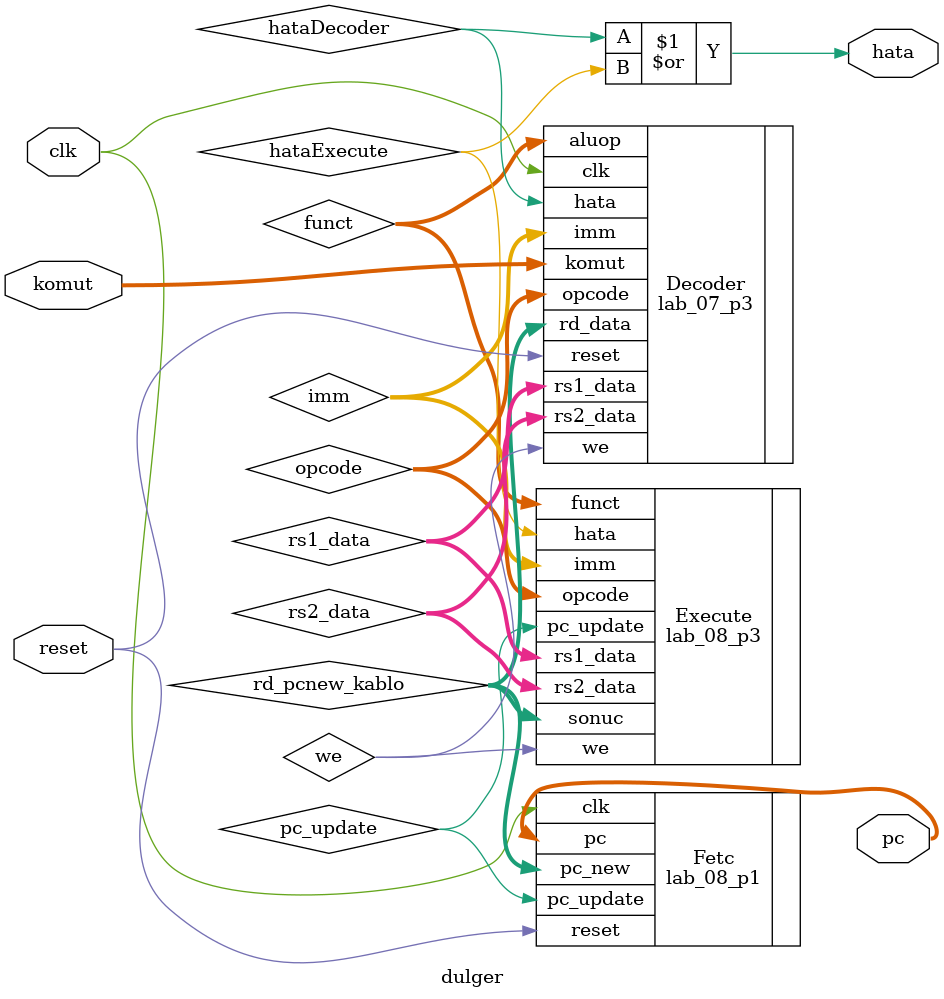
<source format=sv>
/* dulger.sv */

module dulger(
    input   logic            clk,reset,
    input   logic   [31:0]   komut, //connected decode=lab_07_p3
    output  logic   [31:0]   pc,    //connected fetch=lab_08_p1
    output  logic            hata   //connected fetch
);

logic [31:0]    rs1_data,rs2_data,imm;
logic [3:0]     funct;
logic [6:0]     opcode;
logic           we,hataDecoder,hataExecute;
logic           pc_update;
logic [31:0]    rd_pcnew_kablo;


//execute connected
lab_07_p3 Decoder(.clk(clk),.reset(reset),.komut(komut),.hata(hataDecoder),.rs1_data(rs1_data),
.rs2_data(rs2_data),.imm(imm),.aluop(funct),.opcode(opcode),.rd_data(rd_pcnew_kablo),.we(we));

//fetch connected
lab_08_p3 Execute(.rs1_data(rs1_data),.rs2_data(rs2_data),.imm(imm),.funct(funct),.opcode(opcode),
.pc_update(pc_update),.sonuc(rd_pcnew_kablo),.we(we),.hata(hataExecute));

//decodere connected
lab_08_p1 Fetc(.clk(clk),.reset(reset),.pc(pc),.pc_update(pc_update),.pc_new(rd_pcnew_kablo));

assign hata = hataDecoder | hataExecute;

endmodule










</source>
